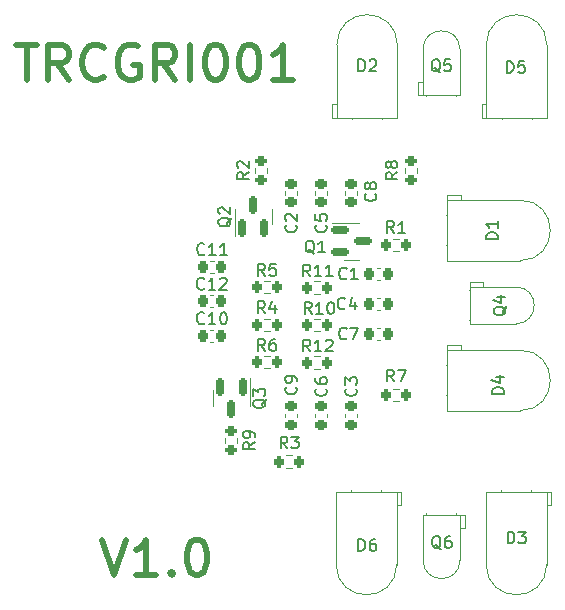
<source format=gbr>
%TF.GenerationSoftware,KiCad,Pcbnew,(6.0.4)*%
%TF.CreationDate,2024-03-23T19:03:43+02:00*%
%TF.ProjectId,EEE3088 Sensing,45454533-3038-4382-9053-656e73696e67,R1.0*%
%TF.SameCoordinates,Original*%
%TF.FileFunction,Legend,Top*%
%TF.FilePolarity,Positive*%
%FSLAX46Y46*%
G04 Gerber Fmt 4.6, Leading zero omitted, Abs format (unit mm)*
G04 Created by KiCad (PCBNEW (6.0.4)) date 2024-03-23 19:03:43*
%MOMM*%
%LPD*%
G01*
G04 APERTURE LIST*
G04 Aperture macros list*
%AMRoundRect*
0 Rectangle with rounded corners*
0 $1 Rounding radius*
0 $2 $3 $4 $5 $6 $7 $8 $9 X,Y pos of 4 corners*
0 Add a 4 corners polygon primitive as box body*
4,1,4,$2,$3,$4,$5,$6,$7,$8,$9,$2,$3,0*
0 Add four circle primitives for the rounded corners*
1,1,$1+$1,$2,$3*
1,1,$1+$1,$4,$5*
1,1,$1+$1,$6,$7*
1,1,$1+$1,$8,$9*
0 Add four rect primitives between the rounded corners*
20,1,$1+$1,$2,$3,$4,$5,0*
20,1,$1+$1,$4,$5,$6,$7,0*
20,1,$1+$1,$6,$7,$8,$9,0*
20,1,$1+$1,$8,$9,$2,$3,0*%
G04 Aperture macros list end*
%ADD10C,0.500000*%
%ADD11C,0.150000*%
%ADD12C,0.120000*%
%ADD13R,1.800000X1.800000*%
%ADD14C,1.800000*%
%ADD15RoundRect,0.225000X0.250000X-0.225000X0.250000X0.225000X-0.250000X0.225000X-0.250000X-0.225000X0*%
%ADD16RoundRect,0.200000X-0.200000X-0.275000X0.200000X-0.275000X0.200000X0.275000X-0.200000X0.275000X0*%
%ADD17RoundRect,0.225000X-0.250000X0.225000X-0.250000X-0.225000X0.250000X-0.225000X0.250000X0.225000X0*%
%ADD18RoundRect,0.225000X0.225000X0.250000X-0.225000X0.250000X-0.225000X-0.250000X0.225000X-0.250000X0*%
%ADD19RoundRect,0.200000X-0.275000X0.200000X-0.275000X-0.200000X0.275000X-0.200000X0.275000X0.200000X0*%
%ADD20RoundRect,0.200000X0.200000X0.275000X-0.200000X0.275000X-0.200000X-0.275000X0.200000X-0.275000X0*%
%ADD21RoundRect,0.225000X-0.225000X-0.250000X0.225000X-0.250000X0.225000X0.250000X-0.225000X0.250000X0*%
%ADD22RoundRect,0.150000X0.150000X-0.587500X0.150000X0.587500X-0.150000X0.587500X-0.150000X-0.587500X0*%
%ADD23RoundRect,0.200000X0.275000X-0.200000X0.275000X0.200000X-0.275000X0.200000X-0.275000X-0.200000X0*%
%ADD24RoundRect,0.150000X-0.587500X-0.150000X0.587500X-0.150000X0.587500X0.150000X-0.587500X0.150000X0*%
%ADD25RoundRect,0.150000X-0.150000X0.587500X-0.150000X-0.587500X0.150000X-0.587500X0.150000X0.587500X0*%
%ADD26R,1.700000X1.700000*%
%ADD27O,1.700000X1.700000*%
G04 APERTURE END LIST*
D10*
X121158571Y-92337142D02*
X122158571Y-95337142D01*
X123158571Y-92337142D01*
X125730000Y-95337142D02*
X124015714Y-95337142D01*
X124872857Y-95337142D02*
X124872857Y-92337142D01*
X124587142Y-92765714D01*
X124301428Y-93051428D01*
X124015714Y-93194285D01*
X127015714Y-95051428D02*
X127158571Y-95194285D01*
X127015714Y-95337142D01*
X126872857Y-95194285D01*
X127015714Y-95051428D01*
X127015714Y-95337142D01*
X129015714Y-92337142D02*
X129301428Y-92337142D01*
X129587142Y-92480000D01*
X129730000Y-92622857D01*
X129872857Y-92908571D01*
X130015714Y-93480000D01*
X130015714Y-94194285D01*
X129872857Y-94765714D01*
X129730000Y-95051428D01*
X129587142Y-95194285D01*
X129301428Y-95337142D01*
X129015714Y-95337142D01*
X128730000Y-95194285D01*
X128587142Y-95051428D01*
X128444285Y-94765714D01*
X128301428Y-94194285D01*
X128301428Y-93480000D01*
X128444285Y-92908571D01*
X128587142Y-92622857D01*
X128730000Y-92480000D01*
X129015714Y-92337142D01*
X113872857Y-50427142D02*
X115587142Y-50427142D01*
X114730000Y-53427142D02*
X114730000Y-50427142D01*
X118301428Y-53427142D02*
X117301428Y-51998571D01*
X116587142Y-53427142D02*
X116587142Y-50427142D01*
X117730000Y-50427142D01*
X118015714Y-50570000D01*
X118158571Y-50712857D01*
X118301428Y-50998571D01*
X118301428Y-51427142D01*
X118158571Y-51712857D01*
X118015714Y-51855714D01*
X117730000Y-51998571D01*
X116587142Y-51998571D01*
X121301428Y-53141428D02*
X121158571Y-53284285D01*
X120730000Y-53427142D01*
X120444285Y-53427142D01*
X120015714Y-53284285D01*
X119730000Y-52998571D01*
X119587142Y-52712857D01*
X119444285Y-52141428D01*
X119444285Y-51712857D01*
X119587142Y-51141428D01*
X119730000Y-50855714D01*
X120015714Y-50570000D01*
X120444285Y-50427142D01*
X120730000Y-50427142D01*
X121158571Y-50570000D01*
X121301428Y-50712857D01*
X124158571Y-50570000D02*
X123872857Y-50427142D01*
X123444285Y-50427142D01*
X123015714Y-50570000D01*
X122730000Y-50855714D01*
X122587142Y-51141428D01*
X122444285Y-51712857D01*
X122444285Y-52141428D01*
X122587142Y-52712857D01*
X122730000Y-52998571D01*
X123015714Y-53284285D01*
X123444285Y-53427142D01*
X123730000Y-53427142D01*
X124158571Y-53284285D01*
X124301428Y-53141428D01*
X124301428Y-52141428D01*
X123730000Y-52141428D01*
X127301428Y-53427142D02*
X126301428Y-51998571D01*
X125587142Y-53427142D02*
X125587142Y-50427142D01*
X126730000Y-50427142D01*
X127015714Y-50570000D01*
X127158571Y-50712857D01*
X127301428Y-50998571D01*
X127301428Y-51427142D01*
X127158571Y-51712857D01*
X127015714Y-51855714D01*
X126730000Y-51998571D01*
X125587142Y-51998571D01*
X128587142Y-53427142D02*
X128587142Y-50427142D01*
X130587142Y-50427142D02*
X130872857Y-50427142D01*
X131158571Y-50570000D01*
X131301428Y-50712857D01*
X131444285Y-50998571D01*
X131587142Y-51570000D01*
X131587142Y-52284285D01*
X131444285Y-52855714D01*
X131301428Y-53141428D01*
X131158571Y-53284285D01*
X130872857Y-53427142D01*
X130587142Y-53427142D01*
X130301428Y-53284285D01*
X130158571Y-53141428D01*
X130015714Y-52855714D01*
X129872857Y-52284285D01*
X129872857Y-51570000D01*
X130015714Y-50998571D01*
X130158571Y-50712857D01*
X130301428Y-50570000D01*
X130587142Y-50427142D01*
X133444285Y-50427142D02*
X133730000Y-50427142D01*
X134015714Y-50570000D01*
X134158571Y-50712857D01*
X134301428Y-50998571D01*
X134444285Y-51570000D01*
X134444285Y-52284285D01*
X134301428Y-52855714D01*
X134158571Y-53141428D01*
X134015714Y-53284285D01*
X133730000Y-53427142D01*
X133444285Y-53427142D01*
X133158571Y-53284285D01*
X133015714Y-53141428D01*
X132872857Y-52855714D01*
X132730000Y-52284285D01*
X132730000Y-51570000D01*
X132872857Y-50998571D01*
X133015714Y-50712857D01*
X133158571Y-50570000D01*
X133444285Y-50427142D01*
X137301428Y-53427142D02*
X135587142Y-53427142D01*
X136444285Y-53427142D02*
X136444285Y-50427142D01*
X136158571Y-50855714D01*
X135872857Y-51141428D01*
X135587142Y-51284285D01*
D11*
%TO.C,Q6*%
X149814761Y-93130619D02*
X149719523Y-93083000D01*
X149624285Y-92987761D01*
X149481428Y-92844904D01*
X149386190Y-92797285D01*
X149290952Y-92797285D01*
X149338571Y-93035380D02*
X149243333Y-92987761D01*
X149148095Y-92892523D01*
X149100476Y-92702047D01*
X149100476Y-92368714D01*
X149148095Y-92178238D01*
X149243333Y-92083000D01*
X149338571Y-92035380D01*
X149529047Y-92035380D01*
X149624285Y-92083000D01*
X149719523Y-92178238D01*
X149767142Y-92368714D01*
X149767142Y-92702047D01*
X149719523Y-92892523D01*
X149624285Y-92987761D01*
X149529047Y-93035380D01*
X149338571Y-93035380D01*
X150624285Y-92035380D02*
X150433809Y-92035380D01*
X150338571Y-92083000D01*
X150290952Y-92130619D01*
X150195714Y-92273476D01*
X150148095Y-92463952D01*
X150148095Y-92844904D01*
X150195714Y-92940142D01*
X150243333Y-92987761D01*
X150338571Y-93035380D01*
X150529047Y-93035380D01*
X150624285Y-92987761D01*
X150671904Y-92940142D01*
X150719523Y-92844904D01*
X150719523Y-92606809D01*
X150671904Y-92511571D01*
X150624285Y-92463952D01*
X150529047Y-92416333D01*
X150338571Y-92416333D01*
X150243333Y-92463952D01*
X150195714Y-92511571D01*
X150148095Y-92606809D01*
%TO.C,C6*%
X140057142Y-79541666D02*
X140104761Y-79589285D01*
X140152380Y-79732142D01*
X140152380Y-79827380D01*
X140104761Y-79970238D01*
X140009523Y-80065476D01*
X139914285Y-80113095D01*
X139723809Y-80160714D01*
X139580952Y-80160714D01*
X139390476Y-80113095D01*
X139295238Y-80065476D01*
X139200000Y-79970238D01*
X139152380Y-79827380D01*
X139152380Y-79732142D01*
X139200000Y-79589285D01*
X139247619Y-79541666D01*
X139152380Y-78684523D02*
X139152380Y-78875000D01*
X139200000Y-78970238D01*
X139247619Y-79017857D01*
X139390476Y-79113095D01*
X139580952Y-79160714D01*
X139961904Y-79160714D01*
X140057142Y-79113095D01*
X140104761Y-79065476D01*
X140152380Y-78970238D01*
X140152380Y-78779761D01*
X140104761Y-78684523D01*
X140057142Y-78636904D01*
X139961904Y-78589285D01*
X139723809Y-78589285D01*
X139628571Y-78636904D01*
X139580952Y-78684523D01*
X139533333Y-78779761D01*
X139533333Y-78970238D01*
X139580952Y-79065476D01*
X139628571Y-79113095D01*
X139723809Y-79160714D01*
%TO.C,D2*%
X142821904Y-52676380D02*
X142821904Y-51676380D01*
X143060000Y-51676380D01*
X143202857Y-51724000D01*
X143298095Y-51819238D01*
X143345714Y-51914476D01*
X143393333Y-52104952D01*
X143393333Y-52247809D01*
X143345714Y-52438285D01*
X143298095Y-52533523D01*
X143202857Y-52628761D01*
X143060000Y-52676380D01*
X142821904Y-52676380D01*
X143774285Y-51771619D02*
X143821904Y-51724000D01*
X143917142Y-51676380D01*
X144155238Y-51676380D01*
X144250476Y-51724000D01*
X144298095Y-51771619D01*
X144345714Y-51866857D01*
X144345714Y-51962095D01*
X144298095Y-52104952D01*
X143726666Y-52676380D01*
X144345714Y-52676380D01*
%TO.C,R6*%
X134911333Y-76338380D02*
X134578000Y-75862190D01*
X134339904Y-76338380D02*
X134339904Y-75338380D01*
X134720857Y-75338380D01*
X134816095Y-75386000D01*
X134863714Y-75433619D01*
X134911333Y-75528857D01*
X134911333Y-75671714D01*
X134863714Y-75766952D01*
X134816095Y-75814571D01*
X134720857Y-75862190D01*
X134339904Y-75862190D01*
X135768476Y-75338380D02*
X135578000Y-75338380D01*
X135482761Y-75386000D01*
X135435142Y-75433619D01*
X135339904Y-75576476D01*
X135292285Y-75766952D01*
X135292285Y-76147904D01*
X135339904Y-76243142D01*
X135387523Y-76290761D01*
X135482761Y-76338380D01*
X135673238Y-76338380D01*
X135768476Y-76290761D01*
X135816095Y-76243142D01*
X135863714Y-76147904D01*
X135863714Y-75909809D01*
X135816095Y-75814571D01*
X135768476Y-75766952D01*
X135673238Y-75719333D01*
X135482761Y-75719333D01*
X135387523Y-75766952D01*
X135339904Y-75814571D01*
X135292285Y-75909809D01*
%TO.C,Q4*%
X155360619Y-72585238D02*
X155313000Y-72680476D01*
X155217761Y-72775714D01*
X155074904Y-72918571D01*
X155027285Y-73013809D01*
X155027285Y-73109047D01*
X155265380Y-73061428D02*
X155217761Y-73156666D01*
X155122523Y-73251904D01*
X154932047Y-73299523D01*
X154598714Y-73299523D01*
X154408238Y-73251904D01*
X154313000Y-73156666D01*
X154265380Y-73061428D01*
X154265380Y-72870952D01*
X154313000Y-72775714D01*
X154408238Y-72680476D01*
X154598714Y-72632857D01*
X154932047Y-72632857D01*
X155122523Y-72680476D01*
X155217761Y-72775714D01*
X155265380Y-72870952D01*
X155265380Y-73061428D01*
X154598714Y-71775714D02*
X155265380Y-71775714D01*
X154217761Y-72013809D02*
X154932047Y-72251904D01*
X154932047Y-71632857D01*
%TO.C,C9*%
X137517142Y-79414666D02*
X137564761Y-79462285D01*
X137612380Y-79605142D01*
X137612380Y-79700380D01*
X137564761Y-79843238D01*
X137469523Y-79938476D01*
X137374285Y-79986095D01*
X137183809Y-80033714D01*
X137040952Y-80033714D01*
X136850476Y-79986095D01*
X136755238Y-79938476D01*
X136660000Y-79843238D01*
X136612380Y-79700380D01*
X136612380Y-79605142D01*
X136660000Y-79462285D01*
X136707619Y-79414666D01*
X137612380Y-78938476D02*
X137612380Y-78748000D01*
X137564761Y-78652761D01*
X137517142Y-78605142D01*
X137374285Y-78509904D01*
X137183809Y-78462285D01*
X136802857Y-78462285D01*
X136707619Y-78509904D01*
X136660000Y-78557523D01*
X136612380Y-78652761D01*
X136612380Y-78843238D01*
X136660000Y-78938476D01*
X136707619Y-78986095D01*
X136802857Y-79033714D01*
X137040952Y-79033714D01*
X137136190Y-78986095D01*
X137183809Y-78938476D01*
X137231428Y-78843238D01*
X137231428Y-78652761D01*
X137183809Y-78557523D01*
X137136190Y-78509904D01*
X137040952Y-78462285D01*
%TO.C,Q5*%
X149764761Y-52771619D02*
X149669523Y-52724000D01*
X149574285Y-52628761D01*
X149431428Y-52485904D01*
X149336190Y-52438285D01*
X149240952Y-52438285D01*
X149288571Y-52676380D02*
X149193333Y-52628761D01*
X149098095Y-52533523D01*
X149050476Y-52343047D01*
X149050476Y-52009714D01*
X149098095Y-51819238D01*
X149193333Y-51724000D01*
X149288571Y-51676380D01*
X149479047Y-51676380D01*
X149574285Y-51724000D01*
X149669523Y-51819238D01*
X149717142Y-52009714D01*
X149717142Y-52343047D01*
X149669523Y-52533523D01*
X149574285Y-52628761D01*
X149479047Y-52676380D01*
X149288571Y-52676380D01*
X150621904Y-51676380D02*
X150145714Y-51676380D01*
X150098095Y-52152571D01*
X150145714Y-52104952D01*
X150240952Y-52057333D01*
X150479047Y-52057333D01*
X150574285Y-52104952D01*
X150621904Y-52152571D01*
X150669523Y-52247809D01*
X150669523Y-52485904D01*
X150621904Y-52581142D01*
X150574285Y-52628761D01*
X150479047Y-52676380D01*
X150240952Y-52676380D01*
X150145714Y-52628761D01*
X150098095Y-52581142D01*
%TO.C,C2*%
X137517142Y-65698666D02*
X137564761Y-65746285D01*
X137612380Y-65889142D01*
X137612380Y-65984380D01*
X137564761Y-66127238D01*
X137469523Y-66222476D01*
X137374285Y-66270095D01*
X137183809Y-66317714D01*
X137040952Y-66317714D01*
X136850476Y-66270095D01*
X136755238Y-66222476D01*
X136660000Y-66127238D01*
X136612380Y-65984380D01*
X136612380Y-65889142D01*
X136660000Y-65746285D01*
X136707619Y-65698666D01*
X136707619Y-65317714D02*
X136660000Y-65270095D01*
X136612380Y-65174857D01*
X136612380Y-64936761D01*
X136660000Y-64841523D01*
X136707619Y-64793904D01*
X136802857Y-64746285D01*
X136898095Y-64746285D01*
X137040952Y-64793904D01*
X137612380Y-65365333D01*
X137612380Y-64746285D01*
%TO.C,C4*%
X141692333Y-72747142D02*
X141644714Y-72794761D01*
X141501857Y-72842380D01*
X141406619Y-72842380D01*
X141263761Y-72794761D01*
X141168523Y-72699523D01*
X141120904Y-72604285D01*
X141073285Y-72413809D01*
X141073285Y-72270952D01*
X141120904Y-72080476D01*
X141168523Y-71985238D01*
X141263761Y-71890000D01*
X141406619Y-71842380D01*
X141501857Y-71842380D01*
X141644714Y-71890000D01*
X141692333Y-71937619D01*
X142549476Y-72175714D02*
X142549476Y-72842380D01*
X142311380Y-71794761D02*
X142073285Y-72509047D01*
X142692333Y-72509047D01*
%TO.C,R8*%
X146121380Y-61226666D02*
X145645190Y-61560000D01*
X146121380Y-61798095D02*
X145121380Y-61798095D01*
X145121380Y-61417142D01*
X145169000Y-61321904D01*
X145216619Y-61274285D01*
X145311857Y-61226666D01*
X145454714Y-61226666D01*
X145549952Y-61274285D01*
X145597571Y-61321904D01*
X145645190Y-61417142D01*
X145645190Y-61798095D01*
X145549952Y-60655238D02*
X145502333Y-60750476D01*
X145454714Y-60798095D01*
X145359476Y-60845714D01*
X145311857Y-60845714D01*
X145216619Y-60798095D01*
X145169000Y-60750476D01*
X145121380Y-60655238D01*
X145121380Y-60464761D01*
X145169000Y-60369523D01*
X145216619Y-60321904D01*
X145311857Y-60274285D01*
X145359476Y-60274285D01*
X145454714Y-60321904D01*
X145502333Y-60369523D01*
X145549952Y-60464761D01*
X145549952Y-60655238D01*
X145597571Y-60750476D01*
X145645190Y-60798095D01*
X145740428Y-60845714D01*
X145930904Y-60845714D01*
X146026142Y-60798095D01*
X146073761Y-60750476D01*
X146121380Y-60655238D01*
X146121380Y-60464761D01*
X146073761Y-60369523D01*
X146026142Y-60321904D01*
X145930904Y-60274285D01*
X145740428Y-60274285D01*
X145645190Y-60321904D01*
X145597571Y-60369523D01*
X145549952Y-60464761D01*
%TO.C,C3*%
X142597142Y-79541666D02*
X142644761Y-79589285D01*
X142692380Y-79732142D01*
X142692380Y-79827380D01*
X142644761Y-79970238D01*
X142549523Y-80065476D01*
X142454285Y-80113095D01*
X142263809Y-80160714D01*
X142120952Y-80160714D01*
X141930476Y-80113095D01*
X141835238Y-80065476D01*
X141740000Y-79970238D01*
X141692380Y-79827380D01*
X141692380Y-79732142D01*
X141740000Y-79589285D01*
X141787619Y-79541666D01*
X141692380Y-79208333D02*
X141692380Y-78589285D01*
X142073333Y-78922619D01*
X142073333Y-78779761D01*
X142120952Y-78684523D01*
X142168571Y-78636904D01*
X142263809Y-78589285D01*
X142501904Y-78589285D01*
X142597142Y-78636904D01*
X142644761Y-78684523D01*
X142692380Y-78779761D01*
X142692380Y-79065476D01*
X142644761Y-79160714D01*
X142597142Y-79208333D01*
%TO.C,C5*%
X140057142Y-65698666D02*
X140104761Y-65746285D01*
X140152380Y-65889142D01*
X140152380Y-65984380D01*
X140104761Y-66127238D01*
X140009523Y-66222476D01*
X139914285Y-66270095D01*
X139723809Y-66317714D01*
X139580952Y-66317714D01*
X139390476Y-66270095D01*
X139295238Y-66222476D01*
X139200000Y-66127238D01*
X139152380Y-65984380D01*
X139152380Y-65889142D01*
X139200000Y-65746285D01*
X139247619Y-65698666D01*
X139152380Y-64793904D02*
X139152380Y-65270095D01*
X139628571Y-65317714D01*
X139580952Y-65270095D01*
X139533333Y-65174857D01*
X139533333Y-64936761D01*
X139580952Y-64841523D01*
X139628571Y-64793904D01*
X139723809Y-64746285D01*
X139961904Y-64746285D01*
X140057142Y-64793904D01*
X140104761Y-64841523D01*
X140152380Y-64936761D01*
X140152380Y-65174857D01*
X140104761Y-65270095D01*
X140057142Y-65317714D01*
%TO.C,R11*%
X138739142Y-70048380D02*
X138405809Y-69572190D01*
X138167714Y-70048380D02*
X138167714Y-69048380D01*
X138548666Y-69048380D01*
X138643904Y-69096000D01*
X138691523Y-69143619D01*
X138739142Y-69238857D01*
X138739142Y-69381714D01*
X138691523Y-69476952D01*
X138643904Y-69524571D01*
X138548666Y-69572190D01*
X138167714Y-69572190D01*
X139691523Y-70048380D02*
X139120095Y-70048380D01*
X139405809Y-70048380D02*
X139405809Y-69048380D01*
X139310571Y-69191238D01*
X139215333Y-69286476D01*
X139120095Y-69334095D01*
X140643904Y-70048380D02*
X140072476Y-70048380D01*
X140358190Y-70048380D02*
X140358190Y-69048380D01*
X140262952Y-69191238D01*
X140167714Y-69286476D01*
X140072476Y-69334095D01*
%TO.C,D6*%
X142821904Y-93289380D02*
X142821904Y-92289380D01*
X143060000Y-92289380D01*
X143202857Y-92337000D01*
X143298095Y-92432238D01*
X143345714Y-92527476D01*
X143393333Y-92717952D01*
X143393333Y-92860809D01*
X143345714Y-93051285D01*
X143298095Y-93146523D01*
X143202857Y-93241761D01*
X143060000Y-93289380D01*
X142821904Y-93289380D01*
X144250476Y-92289380D02*
X144060000Y-92289380D01*
X143964761Y-92337000D01*
X143917142Y-92384619D01*
X143821904Y-92527476D01*
X143774285Y-92717952D01*
X143774285Y-93098904D01*
X143821904Y-93194142D01*
X143869523Y-93241761D01*
X143964761Y-93289380D01*
X144155238Y-93289380D01*
X144250476Y-93241761D01*
X144298095Y-93194142D01*
X144345714Y-93098904D01*
X144345714Y-92860809D01*
X144298095Y-92765571D01*
X144250476Y-92717952D01*
X144155238Y-92670333D01*
X143964761Y-92670333D01*
X143869523Y-92717952D01*
X143821904Y-92765571D01*
X143774285Y-92860809D01*
%TO.C,C12*%
X129773142Y-71063142D02*
X129725523Y-71110761D01*
X129582666Y-71158380D01*
X129487428Y-71158380D01*
X129344571Y-71110761D01*
X129249333Y-71015523D01*
X129201714Y-70920285D01*
X129154095Y-70729809D01*
X129154095Y-70586952D01*
X129201714Y-70396476D01*
X129249333Y-70301238D01*
X129344571Y-70206000D01*
X129487428Y-70158380D01*
X129582666Y-70158380D01*
X129725523Y-70206000D01*
X129773142Y-70253619D01*
X130725523Y-71158380D02*
X130154095Y-71158380D01*
X130439809Y-71158380D02*
X130439809Y-70158380D01*
X130344571Y-70301238D01*
X130249333Y-70396476D01*
X130154095Y-70444095D01*
X131106476Y-70253619D02*
X131154095Y-70206000D01*
X131249333Y-70158380D01*
X131487428Y-70158380D01*
X131582666Y-70206000D01*
X131630285Y-70253619D01*
X131677904Y-70348857D01*
X131677904Y-70444095D01*
X131630285Y-70586952D01*
X131058857Y-71158380D01*
X131677904Y-71158380D01*
%TO.C,D1*%
X154630380Y-66883095D02*
X153630380Y-66883095D01*
X153630380Y-66645000D01*
X153678000Y-66502142D01*
X153773238Y-66406904D01*
X153868476Y-66359285D01*
X154058952Y-66311666D01*
X154201809Y-66311666D01*
X154392285Y-66359285D01*
X154487523Y-66406904D01*
X154582761Y-66502142D01*
X154630380Y-66645000D01*
X154630380Y-66883095D01*
X154630380Y-65359285D02*
X154630380Y-65930714D01*
X154630380Y-65645000D02*
X153630380Y-65645000D01*
X153773238Y-65740238D01*
X153868476Y-65835476D01*
X153916095Y-65930714D01*
%TO.C,Q2*%
X132071619Y-65070738D02*
X132024000Y-65165976D01*
X131928761Y-65261214D01*
X131785904Y-65404071D01*
X131738285Y-65499309D01*
X131738285Y-65594547D01*
X131976380Y-65546928D02*
X131928761Y-65642166D01*
X131833523Y-65737404D01*
X131643047Y-65785023D01*
X131309714Y-65785023D01*
X131119238Y-65737404D01*
X131024000Y-65642166D01*
X130976380Y-65546928D01*
X130976380Y-65356452D01*
X131024000Y-65261214D01*
X131119238Y-65165976D01*
X131309714Y-65118357D01*
X131643047Y-65118357D01*
X131833523Y-65165976D01*
X131928761Y-65261214D01*
X131976380Y-65356452D01*
X131976380Y-65546928D01*
X131071619Y-64737404D02*
X131024000Y-64689785D01*
X130976380Y-64594547D01*
X130976380Y-64356452D01*
X131024000Y-64261214D01*
X131071619Y-64213595D01*
X131166857Y-64165976D01*
X131262095Y-64165976D01*
X131404952Y-64213595D01*
X131976380Y-64785023D01*
X131976380Y-64165976D01*
%TO.C,C1*%
X141819333Y-70207142D02*
X141771714Y-70254761D01*
X141628857Y-70302380D01*
X141533619Y-70302380D01*
X141390761Y-70254761D01*
X141295523Y-70159523D01*
X141247904Y-70064285D01*
X141200285Y-69873809D01*
X141200285Y-69730952D01*
X141247904Y-69540476D01*
X141295523Y-69445238D01*
X141390761Y-69350000D01*
X141533619Y-69302380D01*
X141628857Y-69302380D01*
X141771714Y-69350000D01*
X141819333Y-69397619D01*
X142771714Y-70302380D02*
X142200285Y-70302380D01*
X142486000Y-70302380D02*
X142486000Y-69302380D01*
X142390761Y-69445238D01*
X142295523Y-69540476D01*
X142200285Y-69588095D01*
%TO.C,R5*%
X134911333Y-69988380D02*
X134578000Y-69512190D01*
X134339904Y-69988380D02*
X134339904Y-68988380D01*
X134720857Y-68988380D01*
X134816095Y-69036000D01*
X134863714Y-69083619D01*
X134911333Y-69178857D01*
X134911333Y-69321714D01*
X134863714Y-69416952D01*
X134816095Y-69464571D01*
X134720857Y-69512190D01*
X134339904Y-69512190D01*
X135816095Y-68988380D02*
X135339904Y-68988380D01*
X135292285Y-69464571D01*
X135339904Y-69416952D01*
X135435142Y-69369333D01*
X135673238Y-69369333D01*
X135768476Y-69416952D01*
X135816095Y-69464571D01*
X135863714Y-69559809D01*
X135863714Y-69797904D01*
X135816095Y-69893142D01*
X135768476Y-69940761D01*
X135673238Y-69988380D01*
X135435142Y-69988380D01*
X135339904Y-69940761D01*
X135292285Y-69893142D01*
%TO.C,R7*%
X145833333Y-78938380D02*
X145500000Y-78462190D01*
X145261904Y-78938380D02*
X145261904Y-77938380D01*
X145642857Y-77938380D01*
X145738095Y-77986000D01*
X145785714Y-78033619D01*
X145833333Y-78128857D01*
X145833333Y-78271714D01*
X145785714Y-78366952D01*
X145738095Y-78414571D01*
X145642857Y-78462190D01*
X145261904Y-78462190D01*
X146166666Y-77938380D02*
X146833333Y-77938380D01*
X146404761Y-78938380D01*
%TO.C,D5*%
X155394904Y-52803380D02*
X155394904Y-51803380D01*
X155633000Y-51803380D01*
X155775857Y-51851000D01*
X155871095Y-51946238D01*
X155918714Y-52041476D01*
X155966333Y-52231952D01*
X155966333Y-52374809D01*
X155918714Y-52565285D01*
X155871095Y-52660523D01*
X155775857Y-52755761D01*
X155633000Y-52803380D01*
X155394904Y-52803380D01*
X156871095Y-51803380D02*
X156394904Y-51803380D01*
X156347285Y-52279571D01*
X156394904Y-52231952D01*
X156490142Y-52184333D01*
X156728238Y-52184333D01*
X156823476Y-52231952D01*
X156871095Y-52279571D01*
X156918714Y-52374809D01*
X156918714Y-52612904D01*
X156871095Y-52708142D01*
X156823476Y-52755761D01*
X156728238Y-52803380D01*
X156490142Y-52803380D01*
X156394904Y-52755761D01*
X156347285Y-52708142D01*
%TO.C,R2*%
X133548380Y-61226666D02*
X133072190Y-61560000D01*
X133548380Y-61798095D02*
X132548380Y-61798095D01*
X132548380Y-61417142D01*
X132596000Y-61321904D01*
X132643619Y-61274285D01*
X132738857Y-61226666D01*
X132881714Y-61226666D01*
X132976952Y-61274285D01*
X133024571Y-61321904D01*
X133072190Y-61417142D01*
X133072190Y-61798095D01*
X132643619Y-60845714D02*
X132596000Y-60798095D01*
X132548380Y-60702857D01*
X132548380Y-60464761D01*
X132596000Y-60369523D01*
X132643619Y-60321904D01*
X132738857Y-60274285D01*
X132834095Y-60274285D01*
X132976952Y-60321904D01*
X133548380Y-60893333D01*
X133548380Y-60274285D01*
%TO.C,R9*%
X134056380Y-84086666D02*
X133580190Y-84420000D01*
X134056380Y-84658095D02*
X133056380Y-84658095D01*
X133056380Y-84277142D01*
X133104000Y-84181904D01*
X133151619Y-84134285D01*
X133246857Y-84086666D01*
X133389714Y-84086666D01*
X133484952Y-84134285D01*
X133532571Y-84181904D01*
X133580190Y-84277142D01*
X133580190Y-84658095D01*
X134056380Y-83610476D02*
X134056380Y-83420000D01*
X134008761Y-83324761D01*
X133961142Y-83277142D01*
X133818285Y-83181904D01*
X133627809Y-83134285D01*
X133246857Y-83134285D01*
X133151619Y-83181904D01*
X133104000Y-83229523D01*
X133056380Y-83324761D01*
X133056380Y-83515238D01*
X133104000Y-83610476D01*
X133151619Y-83658095D01*
X133246857Y-83705714D01*
X133484952Y-83705714D01*
X133580190Y-83658095D01*
X133627809Y-83610476D01*
X133675428Y-83515238D01*
X133675428Y-83324761D01*
X133627809Y-83229523D01*
X133580190Y-83181904D01*
X133484952Y-83134285D01*
%TO.C,R1*%
X145833333Y-66365380D02*
X145500000Y-65889190D01*
X145261904Y-66365380D02*
X145261904Y-65365380D01*
X145642857Y-65365380D01*
X145738095Y-65413000D01*
X145785714Y-65460619D01*
X145833333Y-65555857D01*
X145833333Y-65698714D01*
X145785714Y-65793952D01*
X145738095Y-65841571D01*
X145642857Y-65889190D01*
X145261904Y-65889190D01*
X146785714Y-66365380D02*
X146214285Y-66365380D01*
X146500000Y-66365380D02*
X146500000Y-65365380D01*
X146404761Y-65508238D01*
X146309523Y-65603476D01*
X146214285Y-65651095D01*
%TO.C,D4*%
X155138380Y-79986095D02*
X154138380Y-79986095D01*
X154138380Y-79748000D01*
X154186000Y-79605142D01*
X154281238Y-79509904D01*
X154376476Y-79462285D01*
X154566952Y-79414666D01*
X154709809Y-79414666D01*
X154900285Y-79462285D01*
X154995523Y-79509904D01*
X155090761Y-79605142D01*
X155138380Y-79748000D01*
X155138380Y-79986095D01*
X154471714Y-78557523D02*
X155138380Y-78557523D01*
X154090761Y-78795619D02*
X154805047Y-79033714D01*
X154805047Y-78414666D01*
%TO.C,R12*%
X138739142Y-76398380D02*
X138405809Y-75922190D01*
X138167714Y-76398380D02*
X138167714Y-75398380D01*
X138548666Y-75398380D01*
X138643904Y-75446000D01*
X138691523Y-75493619D01*
X138739142Y-75588857D01*
X138739142Y-75731714D01*
X138691523Y-75826952D01*
X138643904Y-75874571D01*
X138548666Y-75922190D01*
X138167714Y-75922190D01*
X139691523Y-76398380D02*
X139120095Y-76398380D01*
X139405809Y-76398380D02*
X139405809Y-75398380D01*
X139310571Y-75541238D01*
X139215333Y-75636476D01*
X139120095Y-75684095D01*
X140072476Y-75493619D02*
X140120095Y-75446000D01*
X140215333Y-75398380D01*
X140453428Y-75398380D01*
X140548666Y-75446000D01*
X140596285Y-75493619D01*
X140643904Y-75588857D01*
X140643904Y-75684095D01*
X140596285Y-75826952D01*
X140024857Y-76398380D01*
X140643904Y-76398380D01*
%TO.C,R4*%
X134911333Y-73163380D02*
X134578000Y-72687190D01*
X134339904Y-73163380D02*
X134339904Y-72163380D01*
X134720857Y-72163380D01*
X134816095Y-72211000D01*
X134863714Y-72258619D01*
X134911333Y-72353857D01*
X134911333Y-72496714D01*
X134863714Y-72591952D01*
X134816095Y-72639571D01*
X134720857Y-72687190D01*
X134339904Y-72687190D01*
X135768476Y-72496714D02*
X135768476Y-73163380D01*
X135530380Y-72115761D02*
X135292285Y-72830047D01*
X135911333Y-72830047D01*
%TO.C,C11*%
X129786142Y-68142142D02*
X129738523Y-68189761D01*
X129595666Y-68237380D01*
X129500428Y-68237380D01*
X129357571Y-68189761D01*
X129262333Y-68094523D01*
X129214714Y-67999285D01*
X129167095Y-67808809D01*
X129167095Y-67665952D01*
X129214714Y-67475476D01*
X129262333Y-67380238D01*
X129357571Y-67285000D01*
X129500428Y-67237380D01*
X129595666Y-67237380D01*
X129738523Y-67285000D01*
X129786142Y-67332619D01*
X130738523Y-68237380D02*
X130167095Y-68237380D01*
X130452809Y-68237380D02*
X130452809Y-67237380D01*
X130357571Y-67380238D01*
X130262333Y-67475476D01*
X130167095Y-67523095D01*
X131690904Y-68237380D02*
X131119476Y-68237380D01*
X131405190Y-68237380D02*
X131405190Y-67237380D01*
X131309952Y-67380238D01*
X131214714Y-67475476D01*
X131119476Y-67523095D01*
%TO.C,R10*%
X138866142Y-73223380D02*
X138532809Y-72747190D01*
X138294714Y-73223380D02*
X138294714Y-72223380D01*
X138675666Y-72223380D01*
X138770904Y-72271000D01*
X138818523Y-72318619D01*
X138866142Y-72413857D01*
X138866142Y-72556714D01*
X138818523Y-72651952D01*
X138770904Y-72699571D01*
X138675666Y-72747190D01*
X138294714Y-72747190D01*
X139818523Y-73223380D02*
X139247095Y-73223380D01*
X139532809Y-73223380D02*
X139532809Y-72223380D01*
X139437571Y-72366238D01*
X139342333Y-72461476D01*
X139247095Y-72509095D01*
X140437571Y-72223380D02*
X140532809Y-72223380D01*
X140628047Y-72271000D01*
X140675666Y-72318619D01*
X140723285Y-72413857D01*
X140770904Y-72604333D01*
X140770904Y-72842428D01*
X140723285Y-73032904D01*
X140675666Y-73128142D01*
X140628047Y-73175761D01*
X140532809Y-73223380D01*
X140437571Y-73223380D01*
X140342333Y-73175761D01*
X140294714Y-73128142D01*
X140247095Y-73032904D01*
X140199476Y-72842428D01*
X140199476Y-72604333D01*
X140247095Y-72413857D01*
X140294714Y-72318619D01*
X140342333Y-72271000D01*
X140437571Y-72223380D01*
%TO.C,Q1*%
X139096761Y-68111619D02*
X139001523Y-68064000D01*
X138906285Y-67968761D01*
X138763428Y-67825904D01*
X138668190Y-67778285D01*
X138572952Y-67778285D01*
X138620571Y-68016380D02*
X138525333Y-67968761D01*
X138430095Y-67873523D01*
X138382476Y-67683047D01*
X138382476Y-67349714D01*
X138430095Y-67159238D01*
X138525333Y-67064000D01*
X138620571Y-67016380D01*
X138811047Y-67016380D01*
X138906285Y-67064000D01*
X139001523Y-67159238D01*
X139049142Y-67349714D01*
X139049142Y-67683047D01*
X139001523Y-67873523D01*
X138906285Y-67968761D01*
X138811047Y-68016380D01*
X138620571Y-68016380D01*
X140001523Y-68016380D02*
X139430095Y-68016380D01*
X139715809Y-68016380D02*
X139715809Y-67016380D01*
X139620571Y-67159238D01*
X139525333Y-67254476D01*
X139430095Y-67302095D01*
%TO.C,R3*%
X136803333Y-84603380D02*
X136470000Y-84127190D01*
X136231904Y-84603380D02*
X136231904Y-83603380D01*
X136612857Y-83603380D01*
X136708095Y-83651000D01*
X136755714Y-83698619D01*
X136803333Y-83793857D01*
X136803333Y-83936714D01*
X136755714Y-84031952D01*
X136708095Y-84079571D01*
X136612857Y-84127190D01*
X136231904Y-84127190D01*
X137136666Y-83603380D02*
X137755714Y-83603380D01*
X137422380Y-83984333D01*
X137565238Y-83984333D01*
X137660476Y-84031952D01*
X137708095Y-84079571D01*
X137755714Y-84174809D01*
X137755714Y-84412904D01*
X137708095Y-84508142D01*
X137660476Y-84555761D01*
X137565238Y-84603380D01*
X137279523Y-84603380D01*
X137184285Y-84555761D01*
X137136666Y-84508142D01*
%TO.C,C8*%
X144248142Y-63031666D02*
X144295761Y-63079285D01*
X144343380Y-63222142D01*
X144343380Y-63317380D01*
X144295761Y-63460238D01*
X144200523Y-63555476D01*
X144105285Y-63603095D01*
X143914809Y-63650714D01*
X143771952Y-63650714D01*
X143581476Y-63603095D01*
X143486238Y-63555476D01*
X143391000Y-63460238D01*
X143343380Y-63317380D01*
X143343380Y-63222142D01*
X143391000Y-63079285D01*
X143438619Y-63031666D01*
X143771952Y-62460238D02*
X143724333Y-62555476D01*
X143676714Y-62603095D01*
X143581476Y-62650714D01*
X143533857Y-62650714D01*
X143438619Y-62603095D01*
X143391000Y-62555476D01*
X143343380Y-62460238D01*
X143343380Y-62269761D01*
X143391000Y-62174523D01*
X143438619Y-62126904D01*
X143533857Y-62079285D01*
X143581476Y-62079285D01*
X143676714Y-62126904D01*
X143724333Y-62174523D01*
X143771952Y-62269761D01*
X143771952Y-62460238D01*
X143819571Y-62555476D01*
X143867190Y-62603095D01*
X143962428Y-62650714D01*
X144152904Y-62650714D01*
X144248142Y-62603095D01*
X144295761Y-62555476D01*
X144343380Y-62460238D01*
X144343380Y-62269761D01*
X144295761Y-62174523D01*
X144248142Y-62126904D01*
X144152904Y-62079285D01*
X143962428Y-62079285D01*
X143867190Y-62126904D01*
X143819571Y-62174523D01*
X143771952Y-62269761D01*
%TO.C,C7*%
X141819333Y-75287142D02*
X141771714Y-75334761D01*
X141628857Y-75382380D01*
X141533619Y-75382380D01*
X141390761Y-75334761D01*
X141295523Y-75239523D01*
X141247904Y-75144285D01*
X141200285Y-74953809D01*
X141200285Y-74810952D01*
X141247904Y-74620476D01*
X141295523Y-74525238D01*
X141390761Y-74430000D01*
X141533619Y-74382380D01*
X141628857Y-74382380D01*
X141771714Y-74430000D01*
X141819333Y-74477619D01*
X142152666Y-74382380D02*
X142819333Y-74382380D01*
X142390761Y-75382380D01*
%TO.C,D3*%
X155466904Y-92654380D02*
X155466904Y-91654380D01*
X155705000Y-91654380D01*
X155847857Y-91702000D01*
X155943095Y-91797238D01*
X155990714Y-91892476D01*
X156038333Y-92082952D01*
X156038333Y-92225809D01*
X155990714Y-92416285D01*
X155943095Y-92511523D01*
X155847857Y-92606761D01*
X155705000Y-92654380D01*
X155466904Y-92654380D01*
X156371666Y-91654380D02*
X156990714Y-91654380D01*
X156657380Y-92035333D01*
X156800238Y-92035333D01*
X156895476Y-92082952D01*
X156943095Y-92130571D01*
X156990714Y-92225809D01*
X156990714Y-92463904D01*
X156943095Y-92559142D01*
X156895476Y-92606761D01*
X156800238Y-92654380D01*
X156514523Y-92654380D01*
X156419285Y-92606761D01*
X156371666Y-92559142D01*
%TO.C,C10*%
X129773142Y-73984142D02*
X129725523Y-74031761D01*
X129582666Y-74079380D01*
X129487428Y-74079380D01*
X129344571Y-74031761D01*
X129249333Y-73936523D01*
X129201714Y-73841285D01*
X129154095Y-73650809D01*
X129154095Y-73507952D01*
X129201714Y-73317476D01*
X129249333Y-73222238D01*
X129344571Y-73127000D01*
X129487428Y-73079380D01*
X129582666Y-73079380D01*
X129725523Y-73127000D01*
X129773142Y-73174619D01*
X130725523Y-74079380D02*
X130154095Y-74079380D01*
X130439809Y-74079380D02*
X130439809Y-73079380D01*
X130344571Y-73222238D01*
X130249333Y-73317476D01*
X130154095Y-73365095D01*
X131344571Y-73079380D02*
X131439809Y-73079380D01*
X131535047Y-73127000D01*
X131582666Y-73174619D01*
X131630285Y-73269857D01*
X131677904Y-73460333D01*
X131677904Y-73698428D01*
X131630285Y-73888904D01*
X131582666Y-73984142D01*
X131535047Y-74031761D01*
X131439809Y-74079380D01*
X131344571Y-74079380D01*
X131249333Y-74031761D01*
X131201714Y-73984142D01*
X131154095Y-73888904D01*
X131106476Y-73698428D01*
X131106476Y-73460333D01*
X131154095Y-73269857D01*
X131201714Y-73174619D01*
X131249333Y-73127000D01*
X131344571Y-73079380D01*
%TO.C,Q3*%
X135027619Y-80437738D02*
X134980000Y-80532976D01*
X134884761Y-80628214D01*
X134741904Y-80771071D01*
X134694285Y-80866309D01*
X134694285Y-80961547D01*
X134932380Y-80913928D02*
X134884761Y-81009166D01*
X134789523Y-81104404D01*
X134599047Y-81152023D01*
X134265714Y-81152023D01*
X134075238Y-81104404D01*
X133980000Y-81009166D01*
X133932380Y-80913928D01*
X133932380Y-80723452D01*
X133980000Y-80628214D01*
X134075238Y-80532976D01*
X134265714Y-80485357D01*
X134599047Y-80485357D01*
X134789523Y-80532976D01*
X134884761Y-80628214D01*
X134932380Y-80723452D01*
X134932380Y-80913928D01*
X133932380Y-80152023D02*
X133932380Y-79532976D01*
X134313333Y-79866309D01*
X134313333Y-79723452D01*
X134360952Y-79628214D01*
X134408571Y-79580595D01*
X134503809Y-79532976D01*
X134741904Y-79532976D01*
X134837142Y-79580595D01*
X134884761Y-79628214D01*
X134932380Y-79723452D01*
X134932380Y-80009166D01*
X134884761Y-80104404D01*
X134837142Y-80152023D01*
D12*
%TO.C,Q6*%
X151130000Y-90210000D02*
X151130000Y-90210000D01*
X148590000Y-90080000D02*
X148590000Y-90080000D01*
X151420000Y-90210000D02*
X151420000Y-94070000D01*
X148300000Y-90210000D02*
X148300000Y-94070000D01*
X151820000Y-91330000D02*
X151420000Y-91330000D01*
X151130000Y-90080000D02*
X151130000Y-90080000D01*
X151820000Y-90210000D02*
X151820000Y-91330000D01*
X148300000Y-90210000D02*
X151420000Y-90210000D01*
X151130000Y-90080000D02*
X151130000Y-90210000D01*
X151130000Y-90210000D02*
X151130000Y-90080000D01*
X148590000Y-90210000D02*
X148590000Y-90210000D01*
X151420000Y-91330000D02*
X151420000Y-90210000D01*
X151420000Y-90210000D02*
X151820000Y-90210000D01*
X148590000Y-90080000D02*
X148590000Y-90210000D01*
X148590000Y-90210000D02*
X148590000Y-90080000D01*
X148300000Y-94070000D02*
G75*
G03*
X151420000Y-94070000I1560000J0D01*
G01*
%TO.C,C6*%
X140210000Y-81965580D02*
X140210000Y-81684420D01*
X139190000Y-81965580D02*
X139190000Y-81684420D01*
%TO.C,D2*%
X142290000Y-56735000D02*
X142290000Y-56605000D01*
X144830000Y-56605000D02*
X144830000Y-56735000D01*
X146120000Y-56605000D02*
X141000000Y-56605000D01*
X144830000Y-56735000D02*
X144830000Y-56735000D01*
X144830000Y-56735000D02*
X144830000Y-56605000D01*
X146120000Y-56605000D02*
X146120000Y-50445000D01*
X142290000Y-56605000D02*
X142290000Y-56735000D01*
X141000000Y-56605000D02*
X141000000Y-50445000D01*
X140600000Y-56605000D02*
X140600000Y-55485000D01*
X142290000Y-56605000D02*
X142290000Y-56605000D01*
X140600000Y-55485000D02*
X141000000Y-55485000D01*
X144830000Y-56605000D02*
X144830000Y-56605000D01*
X142290000Y-56735000D02*
X142290000Y-56735000D01*
X141000000Y-55485000D02*
X141000000Y-56605000D01*
X141000000Y-56605000D02*
X140600000Y-56605000D01*
X146120000Y-50445000D02*
G75*
G03*
X141000000Y-50445000I-2560000J0D01*
G01*
%TO.C,R6*%
X134840742Y-76793500D02*
X135315258Y-76793500D01*
X134840742Y-77838500D02*
X135315258Y-77838500D01*
%TO.C,Q4*%
X153410000Y-70930000D02*
X152290000Y-70930000D01*
X152160000Y-73760000D02*
X152290000Y-73760000D01*
X152290000Y-74050000D02*
X152290000Y-70930000D01*
X152290000Y-70930000D02*
X152290000Y-70530000D01*
X153410000Y-70530000D02*
X153410000Y-70930000D01*
X152290000Y-73760000D02*
X152160000Y-73760000D01*
X152160000Y-71220000D02*
X152160000Y-71220000D01*
X152290000Y-71220000D02*
X152160000Y-71220000D01*
X152160000Y-71220000D02*
X152290000Y-71220000D01*
X152160000Y-73760000D02*
X152160000Y-73760000D01*
X152290000Y-74050000D02*
X156150000Y-74050000D01*
X152290000Y-70530000D02*
X153410000Y-70530000D01*
X152290000Y-71220000D02*
X152290000Y-71220000D01*
X152290000Y-70930000D02*
X156150000Y-70930000D01*
X152290000Y-73760000D02*
X152290000Y-73760000D01*
X156150000Y-74050000D02*
G75*
G03*
X156150000Y-70930000I0J1560000D01*
G01*
%TO.C,C9*%
X136650000Y-81965580D02*
X136650000Y-81684420D01*
X137670000Y-81965580D02*
X137670000Y-81684420D01*
%TO.C,Q5*%
X148590000Y-54800000D02*
X148590000Y-54800000D01*
X148590000Y-54670000D02*
X148590000Y-54800000D01*
X151130000Y-54800000D02*
X151130000Y-54670000D01*
X151130000Y-54670000D02*
X151130000Y-54670000D01*
X148590000Y-54800000D02*
X148590000Y-54670000D01*
X147900000Y-53550000D02*
X148300000Y-53550000D01*
X148300000Y-53550000D02*
X148300000Y-54670000D01*
X151420000Y-54670000D02*
X151420000Y-50810000D01*
X151420000Y-54670000D02*
X148300000Y-54670000D01*
X148300000Y-54670000D02*
X148300000Y-50810000D01*
X151130000Y-54670000D02*
X151130000Y-54800000D01*
X148300000Y-54670000D02*
X147900000Y-54670000D01*
X147900000Y-54670000D02*
X147900000Y-53550000D01*
X148590000Y-54670000D02*
X148590000Y-54670000D01*
X151130000Y-54800000D02*
X151130000Y-54800000D01*
X151420000Y-50810000D02*
G75*
G03*
X148300000Y-50810000I-1560000J0D01*
G01*
%TO.C,C2*%
X137660000Y-62838420D02*
X137660000Y-63119580D01*
X136640000Y-62838420D02*
X136640000Y-63119580D01*
%TO.C,C4*%
X144679580Y-72900000D02*
X144398420Y-72900000D01*
X144679580Y-71880000D02*
X144398420Y-71880000D01*
%TO.C,R8*%
X146747500Y-60822742D02*
X146747500Y-61297258D01*
X147792500Y-60822742D02*
X147792500Y-61297258D01*
%TO.C,C3*%
X142710000Y-81965580D02*
X142710000Y-81684420D01*
X141690000Y-81965580D02*
X141690000Y-81684420D01*
%TO.C,C5*%
X139190000Y-62838420D02*
X139190000Y-63119580D01*
X140210000Y-62838420D02*
X140210000Y-63119580D01*
%TO.C,R11*%
X139556258Y-70470500D02*
X139081742Y-70470500D01*
X139556258Y-71515500D02*
X139081742Y-71515500D01*
%TO.C,D6*%
X140945000Y-88275000D02*
X140945000Y-94435000D01*
X140945000Y-88275000D02*
X146065000Y-88275000D01*
X142235000Y-88145000D02*
X142235000Y-88275000D01*
X146465000Y-88275000D02*
X146465000Y-89395000D01*
X142235000Y-88145000D02*
X142235000Y-88145000D01*
X144775000Y-88145000D02*
X144775000Y-88145000D01*
X144775000Y-88275000D02*
X144775000Y-88275000D01*
X146065000Y-88275000D02*
X146465000Y-88275000D01*
X144775000Y-88275000D02*
X144775000Y-88145000D01*
X146465000Y-89395000D02*
X146065000Y-89395000D01*
X144775000Y-88145000D02*
X144775000Y-88275000D01*
X142235000Y-88275000D02*
X142235000Y-88275000D01*
X146065000Y-88275000D02*
X146065000Y-94435000D01*
X142235000Y-88275000D02*
X142235000Y-88145000D01*
X146065000Y-89395000D02*
X146065000Y-88275000D01*
X140945000Y-94435000D02*
G75*
G03*
X146065000Y-94435000I2560000J0D01*
G01*
%TO.C,C12*%
X130275420Y-71626000D02*
X130556580Y-71626000D01*
X130275420Y-72646000D02*
X130556580Y-72646000D01*
%TO.C,D1*%
X150355000Y-68705000D02*
X156515000Y-68705000D01*
X150355000Y-64875000D02*
X150225000Y-64875000D01*
X150225000Y-67415000D02*
X150355000Y-67415000D01*
X150355000Y-63185000D02*
X151475000Y-63185000D01*
X150355000Y-64875000D02*
X150355000Y-64875000D01*
X151475000Y-63185000D02*
X151475000Y-63585000D01*
X150225000Y-67415000D02*
X150225000Y-67415000D01*
X150355000Y-67415000D02*
X150225000Y-67415000D01*
X151475000Y-63585000D02*
X150355000Y-63585000D01*
X150355000Y-68705000D02*
X150355000Y-63585000D01*
X150355000Y-67415000D02*
X150355000Y-67415000D01*
X150355000Y-63585000D02*
X150355000Y-63185000D01*
X150225000Y-64875000D02*
X150225000Y-64875000D01*
X150225000Y-64875000D02*
X150355000Y-64875000D01*
X150355000Y-63585000D02*
X156515000Y-63585000D01*
X156515000Y-68705000D02*
G75*
G03*
X156515000Y-63585000I0J2560000D01*
G01*
%TO.C,Q2*%
X132364000Y-64975500D02*
X132364000Y-64325500D01*
X135484000Y-64975500D02*
X135484000Y-65625500D01*
X132364000Y-64975500D02*
X132364000Y-66650500D01*
X135484000Y-64975500D02*
X135484000Y-64325500D01*
%TO.C,C1*%
X144679580Y-69340000D02*
X144398420Y-69340000D01*
X144679580Y-70360000D02*
X144398420Y-70360000D01*
%TO.C,R5*%
X134840742Y-71488500D02*
X135315258Y-71488500D01*
X134840742Y-70443500D02*
X135315258Y-70443500D01*
%TO.C,R7*%
X146237258Y-79587500D02*
X145762742Y-79587500D01*
X146237258Y-80632500D02*
X145762742Y-80632500D01*
%TO.C,D5*%
X154945000Y-56605000D02*
X154945000Y-56605000D01*
X153655000Y-56605000D02*
X153255000Y-56605000D01*
X157485000Y-56735000D02*
X157485000Y-56735000D01*
X154945000Y-56735000D02*
X154945000Y-56735000D01*
X153255000Y-56605000D02*
X153255000Y-55485000D01*
X154945000Y-56735000D02*
X154945000Y-56605000D01*
X157485000Y-56605000D02*
X157485000Y-56735000D01*
X154945000Y-56605000D02*
X154945000Y-56735000D01*
X158775000Y-56605000D02*
X158775000Y-50445000D01*
X158775000Y-56605000D02*
X153655000Y-56605000D01*
X157485000Y-56735000D02*
X157485000Y-56605000D01*
X153655000Y-55485000D02*
X153655000Y-56605000D01*
X153255000Y-55485000D02*
X153655000Y-55485000D01*
X153655000Y-56605000D02*
X153655000Y-50445000D01*
X157485000Y-56605000D02*
X157485000Y-56605000D01*
X158775000Y-50445000D02*
G75*
G03*
X153655000Y-50445000I-2560000J0D01*
G01*
%TO.C,R2*%
X134047500Y-60822742D02*
X134047500Y-61297258D01*
X135092500Y-60822742D02*
X135092500Y-61297258D01*
%TO.C,R9*%
X132552500Y-84157258D02*
X132552500Y-83682742D01*
X131507500Y-84157258D02*
X131507500Y-83682742D01*
%TO.C,R1*%
X146237258Y-67932500D02*
X145762742Y-67932500D01*
X146237258Y-66887500D02*
X145762742Y-66887500D01*
%TO.C,D4*%
X150355000Y-75885000D02*
X151475000Y-75885000D01*
X150355000Y-77575000D02*
X150225000Y-77575000D01*
X150355000Y-80115000D02*
X150225000Y-80115000D01*
X150355000Y-77575000D02*
X150355000Y-77575000D01*
X150225000Y-80115000D02*
X150355000Y-80115000D01*
X151475000Y-75885000D02*
X151475000Y-76285000D01*
X150355000Y-81405000D02*
X150355000Y-76285000D01*
X150355000Y-80115000D02*
X150355000Y-80115000D01*
X151475000Y-76285000D02*
X150355000Y-76285000D01*
X150225000Y-77575000D02*
X150225000Y-77575000D01*
X150355000Y-81405000D02*
X156515000Y-81405000D01*
X150225000Y-80115000D02*
X150225000Y-80115000D01*
X150225000Y-77575000D02*
X150355000Y-77575000D01*
X150355000Y-76285000D02*
X156515000Y-76285000D01*
X150355000Y-76285000D02*
X150355000Y-75885000D01*
X156515000Y-81405000D02*
G75*
G03*
X156515000Y-76285000I0J2560000D01*
G01*
%TO.C,R12*%
X139556258Y-76820500D02*
X139081742Y-76820500D01*
X139556258Y-77865500D02*
X139081742Y-77865500D01*
%TO.C,R4*%
X134840742Y-74663500D02*
X135315258Y-74663500D01*
X134840742Y-73618500D02*
X135315258Y-73618500D01*
%TO.C,C11*%
X130288420Y-69725000D02*
X130569580Y-69725000D01*
X130288420Y-68705000D02*
X130569580Y-68705000D01*
%TO.C,R10*%
X139556258Y-73645500D02*
X139081742Y-73645500D01*
X139556258Y-74690500D02*
X139081742Y-74690500D01*
%TO.C,Q1*%
X142240000Y-68616000D02*
X141590000Y-68616000D01*
X142240000Y-65496000D02*
X140565000Y-65496000D01*
X142240000Y-65496000D02*
X142890000Y-65496000D01*
X142240000Y-68616000D02*
X142890000Y-68616000D01*
%TO.C,R3*%
X137207258Y-86247500D02*
X136732742Y-86247500D01*
X137207258Y-85202500D02*
X136732742Y-85202500D01*
%TO.C,C8*%
X142750000Y-62838420D02*
X142750000Y-63119580D01*
X141730000Y-62838420D02*
X141730000Y-63119580D01*
%TO.C,C7*%
X144679580Y-75440000D02*
X144398420Y-75440000D01*
X144679580Y-74420000D02*
X144398420Y-74420000D01*
%TO.C,D3*%
X159165000Y-88275000D02*
X159165000Y-89395000D01*
X154935000Y-88275000D02*
X154935000Y-88275000D01*
X158765000Y-89395000D02*
X158765000Y-88275000D01*
X154935000Y-88145000D02*
X154935000Y-88275000D01*
X157475000Y-88145000D02*
X157475000Y-88145000D01*
X157475000Y-88145000D02*
X157475000Y-88275000D01*
X157475000Y-88275000D02*
X157475000Y-88145000D01*
X158765000Y-88275000D02*
X158765000Y-94435000D01*
X159165000Y-89395000D02*
X158765000Y-89395000D01*
X153645000Y-88275000D02*
X153645000Y-94435000D01*
X154935000Y-88145000D02*
X154935000Y-88145000D01*
X157475000Y-88275000D02*
X157475000Y-88275000D01*
X153645000Y-88275000D02*
X158765000Y-88275000D01*
X154935000Y-88275000D02*
X154935000Y-88145000D01*
X158765000Y-88275000D02*
X159165000Y-88275000D01*
X153645000Y-94435000D02*
G75*
G03*
X158765000Y-94435000I2560000J0D01*
G01*
%TO.C,C10*%
X130275420Y-74547000D02*
X130556580Y-74547000D01*
X130275420Y-75567000D02*
X130556580Y-75567000D01*
%TO.C,Q3*%
X130520000Y-80342500D02*
X130520000Y-79692500D01*
X130520000Y-80342500D02*
X130520000Y-80992500D01*
X133640000Y-80342500D02*
X133640000Y-78667500D01*
X133640000Y-80342500D02*
X133640000Y-80992500D01*
%TD*%
%LPC*%
D13*
%TO.C,Q6*%
X148590000Y-89000000D03*
D14*
X151130000Y-89000000D03*
%TD*%
D15*
%TO.C,C6*%
X139700000Y-82600000D03*
X139700000Y-81050000D03*
%TD*%
D13*
%TO.C,D2*%
X144830000Y-57815000D03*
D14*
X142290000Y-57815000D03*
%TD*%
D16*
%TO.C,R6*%
X134253000Y-77316000D03*
X135903000Y-77316000D03*
%TD*%
D13*
%TO.C,Q4*%
X151080000Y-73760000D03*
D14*
X151080000Y-71220000D03*
%TD*%
D15*
%TO.C,C9*%
X137160000Y-82600000D03*
X137160000Y-81050000D03*
%TD*%
D13*
%TO.C,Q5*%
X151130000Y-55880000D03*
D14*
X148590000Y-55880000D03*
%TD*%
D17*
%TO.C,C2*%
X137150000Y-62204000D03*
X137150000Y-63754000D03*
%TD*%
D18*
%TO.C,C4*%
X145314000Y-72390000D03*
X143764000Y-72390000D03*
%TD*%
D19*
%TO.C,R8*%
X147270000Y-60235000D03*
X147270000Y-61885000D03*
%TD*%
D15*
%TO.C,C3*%
X142200000Y-82600000D03*
X142200000Y-81050000D03*
%TD*%
D17*
%TO.C,C5*%
X139700000Y-62204000D03*
X139700000Y-63754000D03*
%TD*%
D20*
%TO.C,R11*%
X140144000Y-70993000D03*
X138494000Y-70993000D03*
%TD*%
D13*
%TO.C,D6*%
X142235000Y-87065000D03*
D14*
X144775000Y-87065000D03*
%TD*%
D21*
%TO.C,C12*%
X129641000Y-72136000D03*
X131191000Y-72136000D03*
%TD*%
D13*
%TO.C,D1*%
X149145000Y-67415000D03*
D14*
X149145000Y-64875000D03*
%TD*%
D22*
%TO.C,Q2*%
X132974000Y-65913000D03*
X134874000Y-65913000D03*
X133924000Y-64038000D03*
%TD*%
D18*
%TO.C,C1*%
X145314000Y-69850000D03*
X143764000Y-69850000D03*
%TD*%
D16*
%TO.C,R5*%
X134253000Y-70966000D03*
X135903000Y-70966000D03*
%TD*%
D20*
%TO.C,R7*%
X146825000Y-80110000D03*
X145175000Y-80110000D03*
%TD*%
D13*
%TO.C,D5*%
X157485000Y-57815000D03*
D14*
X154945000Y-57815000D03*
%TD*%
D19*
%TO.C,R2*%
X134570000Y-60235000D03*
X134570000Y-61885000D03*
%TD*%
D23*
%TO.C,R9*%
X132030000Y-84745000D03*
X132030000Y-83095000D03*
%TD*%
D20*
%TO.C,R1*%
X146825000Y-67410000D03*
X145175000Y-67410000D03*
%TD*%
D13*
%TO.C,D4*%
X149145000Y-80115000D03*
D14*
X149145000Y-77575000D03*
%TD*%
D20*
%TO.C,R12*%
X140144000Y-77343000D03*
X138494000Y-77343000D03*
%TD*%
D16*
%TO.C,R4*%
X134253000Y-74141000D03*
X135903000Y-74141000D03*
%TD*%
D21*
%TO.C,C11*%
X129654000Y-69215000D03*
X131204000Y-69215000D03*
%TD*%
D20*
%TO.C,R10*%
X140144000Y-74168000D03*
X138494000Y-74168000D03*
%TD*%
D24*
%TO.C,Q1*%
X141302500Y-66106000D03*
X141302500Y-68006000D03*
X143177500Y-67056000D03*
%TD*%
D20*
%TO.C,R3*%
X137795000Y-85725000D03*
X136145000Y-85725000D03*
%TD*%
D17*
%TO.C,C8*%
X142240000Y-62204000D03*
X142240000Y-63754000D03*
%TD*%
D18*
%TO.C,C7*%
X145314000Y-74930000D03*
X143764000Y-74930000D03*
%TD*%
D13*
%TO.C,D3*%
X154935000Y-87065000D03*
D14*
X157475000Y-87065000D03*
%TD*%
D21*
%TO.C,C10*%
X129641000Y-75057000D03*
X131191000Y-75057000D03*
%TD*%
D25*
%TO.C,Q3*%
X133030000Y-79405000D03*
X131130000Y-79405000D03*
X132080000Y-81280000D03*
%TD*%
D26*
%TO.C,J1*%
X119325000Y-89000000D03*
D27*
X121865000Y-89000000D03*
X119325000Y-86460000D03*
X121865000Y-86460000D03*
X119325000Y-83920000D03*
X121865000Y-83920000D03*
X119325000Y-81380000D03*
X121865000Y-81380000D03*
X119325000Y-78840000D03*
X121865000Y-78840000D03*
X119325000Y-76300000D03*
X121865000Y-76300000D03*
X119325000Y-73760000D03*
X121865000Y-73760000D03*
X119325000Y-71220000D03*
X121865000Y-71220000D03*
X119325000Y-68680000D03*
X121865000Y-68680000D03*
X119325000Y-66140000D03*
X121865000Y-66140000D03*
X119325000Y-63600000D03*
X121865000Y-63600000D03*
X119325000Y-61060000D03*
X121865000Y-61060000D03*
X119325000Y-58520000D03*
X121865000Y-58520000D03*
X119325000Y-55980000D03*
X121865000Y-55980000D03*
%TD*%
M02*

</source>
